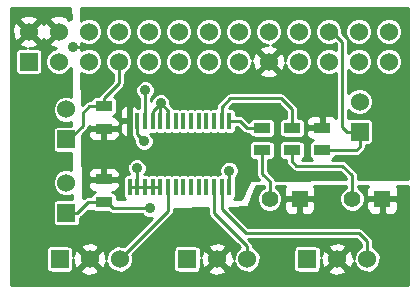
<source format=gtl>
G04 (created by PCBNEW (2013-07-07 BZR 4022)-stable) date 11/2/2014 9:04:40 PM*
%MOIN*%
G04 Gerber Fmt 3.4, Leading zero omitted, Abs format*
%FSLAX34Y34*%
G01*
G70*
G90*
G04 APERTURE LIST*
%ADD10C,0.00590551*%
%ADD11R,0.06X0.06*%
%ADD12C,0.06*%
%ADD13R,0.055X0.035*%
%ADD14R,0.0165X0.0579*%
%ADD15R,0.055X0.055*%
%ADD16C,0.055*%
%ADD17C,0.035*%
%ADD18C,0.01*%
%ADD19C,0.025*%
G04 APERTURE END LIST*
G54D10*
G54D11*
X728Y-1917D03*
G54D12*
X728Y-917D03*
X1728Y-1917D03*
X1728Y-917D03*
X2728Y-1917D03*
X2728Y-917D03*
X3728Y-1917D03*
X3728Y-917D03*
X4728Y-1917D03*
X4728Y-917D03*
X5728Y-1917D03*
X5728Y-917D03*
X6728Y-1917D03*
X6728Y-917D03*
X7728Y-1917D03*
X7728Y-917D03*
X8728Y-1917D03*
X8728Y-917D03*
X9728Y-1917D03*
X9728Y-917D03*
X10728Y-1917D03*
X10728Y-917D03*
X11728Y-1917D03*
X11728Y-917D03*
X12728Y-1917D03*
X12728Y-917D03*
G54D11*
X10000Y-8500D03*
G54D12*
X11000Y-8500D03*
X12000Y-8500D03*
G54D13*
X10500Y-4125D03*
X10500Y-4875D03*
X3228Y-4154D03*
X3228Y-3404D03*
X3228Y-5845D03*
X3228Y-6595D03*
X9500Y-4125D03*
X9500Y-4875D03*
X8500Y-4125D03*
X8500Y-4875D03*
G54D11*
X6000Y-8500D03*
G54D12*
X7000Y-8500D03*
X8000Y-8500D03*
G54D11*
X1968Y-4515D03*
G54D12*
X1968Y-3515D03*
G54D11*
X1968Y-6956D03*
G54D12*
X1968Y-5956D03*
G54D11*
X1750Y-8500D03*
G54D12*
X2750Y-8500D03*
X3750Y-8500D03*
G54D11*
X11750Y-4250D03*
G54D12*
X11750Y-3250D03*
G54D14*
X5622Y-6102D03*
X5878Y-6102D03*
X6134Y-6102D03*
X6390Y-6102D03*
X4858Y-3900D03*
X4854Y-6102D03*
X5110Y-6102D03*
X5366Y-6102D03*
X6646Y-3898D03*
X6390Y-3898D03*
X6134Y-3898D03*
X5878Y-3898D03*
X5622Y-3898D03*
X5366Y-3898D03*
X6646Y-6102D03*
X5110Y-3900D03*
X4598Y-6102D03*
X6902Y-6102D03*
X6902Y-3898D03*
X4598Y-3898D03*
X4343Y-6102D03*
X7157Y-6102D03*
X7157Y-3898D03*
X4343Y-3898D03*
X4087Y-6102D03*
X7413Y-6102D03*
X7413Y-3898D03*
X4087Y-3898D03*
G54D15*
X12507Y-6496D03*
G54D16*
X11507Y-6496D03*
G54D15*
X9751Y-6496D03*
G54D16*
X8751Y-6496D03*
G54D17*
X5700Y-4540D03*
X2204Y-1417D03*
X4763Y-6811D03*
X4606Y-2874D03*
X4566Y-4566D03*
X4330Y-5472D03*
X7401Y-5551D03*
X5118Y-3307D03*
G54D18*
X2204Y-1417D02*
X2519Y-1417D01*
X3228Y-6595D02*
X3327Y-6595D01*
X3543Y-6811D02*
X4763Y-6811D01*
X3327Y-6595D02*
X3543Y-6811D01*
X1968Y-6956D02*
X2334Y-6956D01*
X2695Y-6595D02*
X3228Y-6595D01*
X2334Y-6956D02*
X2695Y-6595D01*
X10728Y-917D02*
X10838Y-917D01*
X11336Y-4250D02*
X11750Y-4250D01*
X11181Y-4094D02*
X11336Y-4250D01*
X11181Y-1259D02*
X11181Y-4094D01*
X10838Y-917D02*
X11181Y-1259D01*
X10500Y-4875D02*
X11646Y-4875D01*
X11750Y-4771D02*
X11750Y-4250D01*
X11646Y-4875D02*
X11750Y-4771D01*
X1968Y-4515D02*
X2059Y-4515D01*
X2737Y-3404D02*
X3228Y-3404D01*
X2519Y-3622D02*
X2737Y-3404D01*
X2519Y-4055D02*
X2519Y-3622D01*
X2059Y-4515D02*
X2519Y-4055D01*
X3228Y-3404D02*
X3228Y-3149D01*
X3728Y-2649D02*
X3728Y-1917D01*
X3228Y-3149D02*
X3728Y-2649D01*
X4598Y-3898D02*
X4598Y-2882D01*
X4598Y-2882D02*
X4606Y-2874D01*
X2750Y-1938D02*
X2728Y-1917D01*
X4343Y-3898D02*
X4343Y-4343D01*
X4343Y-4343D02*
X4566Y-4566D01*
X4343Y-6102D02*
X4343Y-5484D01*
X4343Y-5484D02*
X4330Y-5472D01*
G54D19*
X4343Y-5484D02*
X4330Y-5472D01*
G54D18*
X4087Y-6102D02*
X4343Y-6102D01*
X4343Y-6102D02*
X4598Y-6102D01*
X4598Y-6102D02*
X4854Y-6102D01*
X4854Y-6102D02*
X5110Y-6102D01*
X7413Y-6102D02*
X7413Y-5562D01*
X7413Y-5562D02*
X7401Y-5551D01*
X5366Y-3898D02*
X5366Y-3554D01*
X5366Y-3554D02*
X5118Y-3307D01*
X5110Y-3900D02*
X5110Y-3315D01*
X4858Y-3567D02*
X5118Y-3307D01*
X4858Y-3567D02*
X4858Y-3900D01*
X5110Y-3315D02*
X5118Y-3307D01*
X6902Y-6102D02*
X6902Y-6980D01*
X8000Y-8078D02*
X8000Y-8500D01*
X6902Y-6980D02*
X8000Y-8078D01*
X5366Y-6102D02*
X5366Y-6884D01*
X5366Y-6884D02*
X3750Y-8500D01*
X7157Y-3898D02*
X7157Y-3433D01*
X7157Y-3433D02*
X7440Y-3149D01*
X9500Y-3515D02*
X9500Y-4125D01*
X9133Y-3149D02*
X9500Y-3515D01*
X7440Y-3149D02*
X9133Y-3149D01*
X7413Y-3898D02*
X7756Y-3898D01*
X7756Y-3898D02*
X7983Y-4125D01*
X7983Y-4125D02*
X8500Y-4125D01*
X11500Y-6500D02*
X11500Y-5712D01*
X9500Y-5248D02*
X9500Y-4875D01*
X9645Y-5393D02*
X9500Y-5248D01*
X11181Y-5393D02*
X9645Y-5393D01*
X11500Y-5712D02*
X11181Y-5393D01*
X8750Y-6500D02*
X8750Y-5915D01*
X8750Y-5915D02*
X8500Y-5665D01*
X8500Y-5665D02*
X8500Y-4875D01*
X7157Y-6102D02*
X7157Y-6842D01*
X12000Y-7905D02*
X12000Y-8500D01*
X11732Y-7637D02*
X12000Y-7905D01*
X7952Y-7637D02*
X11732Y-7637D01*
X7157Y-6842D02*
X7952Y-7637D01*
G54D10*
G36*
X13350Y-5820D02*
X13178Y-5822D01*
X13178Y-1828D01*
X13178Y-828D01*
X13110Y-662D01*
X12983Y-536D01*
X12818Y-467D01*
X12639Y-467D01*
X12473Y-535D01*
X12347Y-662D01*
X12278Y-827D01*
X12278Y-1006D01*
X12346Y-1171D01*
X12473Y-1298D01*
X12638Y-1367D01*
X12817Y-1367D01*
X12982Y-1299D01*
X13109Y-1172D01*
X13178Y-1007D01*
X13178Y-828D01*
X13178Y-1828D01*
X13110Y-1662D01*
X12983Y-1536D01*
X12818Y-1467D01*
X12639Y-1467D01*
X12473Y-1535D01*
X12347Y-1662D01*
X12278Y-1827D01*
X12278Y-2006D01*
X12346Y-2171D01*
X12473Y-2298D01*
X12638Y-2367D01*
X12817Y-2367D01*
X12982Y-2299D01*
X13109Y-2172D01*
X13178Y-2007D01*
X13178Y-1828D01*
X13178Y-5822D01*
X11700Y-5831D01*
X11700Y-5712D01*
X11699Y-5712D01*
X11684Y-5636D01*
X11684Y-5636D01*
X11670Y-5614D01*
X11641Y-5571D01*
X11641Y-5571D01*
X11322Y-5252D01*
X11257Y-5208D01*
X11181Y-5193D01*
X10820Y-5193D01*
X10859Y-5177D01*
X10902Y-5135D01*
X10924Y-5079D01*
X10924Y-5075D01*
X11646Y-5075D01*
X11723Y-5059D01*
X11788Y-5016D01*
X11891Y-4913D01*
X11934Y-4848D01*
X11950Y-4771D01*
X11950Y-4700D01*
X12079Y-4700D01*
X12134Y-4677D01*
X12177Y-4635D01*
X12199Y-4579D01*
X12200Y-4520D01*
X12200Y-3920D01*
X12177Y-3865D01*
X12135Y-3822D01*
X12079Y-3800D01*
X12020Y-3799D01*
X11420Y-3799D01*
X11381Y-3816D01*
X11381Y-3517D01*
X11494Y-3631D01*
X11660Y-3699D01*
X11839Y-3700D01*
X12004Y-3631D01*
X12131Y-3505D01*
X12199Y-3339D01*
X12200Y-3160D01*
X12131Y-2995D01*
X12005Y-2868D01*
X11839Y-2800D01*
X11660Y-2799D01*
X11495Y-2868D01*
X11381Y-2982D01*
X11381Y-2206D01*
X11473Y-2298D01*
X11638Y-2367D01*
X11817Y-2367D01*
X11982Y-2299D01*
X12109Y-2172D01*
X12178Y-2007D01*
X12178Y-1828D01*
X12110Y-1662D01*
X11983Y-1536D01*
X11818Y-1467D01*
X11639Y-1467D01*
X11473Y-1535D01*
X11381Y-1628D01*
X11381Y-1259D01*
X11381Y-1259D01*
X11367Y-1193D01*
X11473Y-1298D01*
X11638Y-1367D01*
X11817Y-1367D01*
X11982Y-1299D01*
X12109Y-1172D01*
X12178Y-1007D01*
X12178Y-828D01*
X12110Y-662D01*
X11983Y-536D01*
X11818Y-467D01*
X11639Y-467D01*
X11473Y-535D01*
X11347Y-662D01*
X11278Y-827D01*
X11278Y-1006D01*
X11327Y-1126D01*
X11322Y-1118D01*
X11322Y-1118D01*
X11178Y-974D01*
X11178Y-828D01*
X11110Y-662D01*
X10983Y-536D01*
X10818Y-467D01*
X10639Y-467D01*
X10473Y-535D01*
X10347Y-662D01*
X10278Y-827D01*
X10278Y-1006D01*
X10346Y-1171D01*
X10473Y-1298D01*
X10638Y-1367D01*
X10817Y-1367D01*
X10950Y-1312D01*
X10981Y-1342D01*
X10981Y-1535D01*
X10818Y-1467D01*
X10639Y-1467D01*
X10473Y-1535D01*
X10347Y-1662D01*
X10278Y-1827D01*
X10278Y-2006D01*
X10346Y-2171D01*
X10473Y-2298D01*
X10638Y-2367D01*
X10817Y-2367D01*
X10981Y-2299D01*
X10981Y-3802D01*
X10916Y-3738D01*
X10824Y-3700D01*
X10725Y-3699D01*
X10612Y-3700D01*
X10550Y-3762D01*
X10550Y-4075D01*
X10557Y-4075D01*
X10557Y-4175D01*
X10550Y-4175D01*
X10550Y-4182D01*
X10450Y-4182D01*
X10450Y-4175D01*
X10450Y-4075D01*
X10450Y-3762D01*
X10387Y-3700D01*
X10274Y-3699D01*
X10178Y-3700D01*
X10178Y-1828D01*
X10178Y-828D01*
X10110Y-662D01*
X9983Y-536D01*
X9818Y-467D01*
X9639Y-467D01*
X9473Y-535D01*
X9347Y-662D01*
X9278Y-827D01*
X9278Y-1006D01*
X9346Y-1171D01*
X9473Y-1298D01*
X9638Y-1367D01*
X9817Y-1367D01*
X9982Y-1299D01*
X10109Y-1172D01*
X10178Y-1007D01*
X10178Y-828D01*
X10178Y-1828D01*
X10110Y-1662D01*
X9983Y-1536D01*
X9818Y-1467D01*
X9639Y-1467D01*
X9473Y-1535D01*
X9347Y-1662D01*
X9278Y-1827D01*
X9278Y-1903D01*
X9272Y-1780D01*
X9209Y-1629D01*
X9178Y-1620D01*
X9178Y-828D01*
X9110Y-662D01*
X8983Y-536D01*
X8818Y-467D01*
X8639Y-467D01*
X8473Y-535D01*
X8347Y-662D01*
X8278Y-827D01*
X8278Y-1006D01*
X8346Y-1171D01*
X8473Y-1298D01*
X8638Y-1367D01*
X8714Y-1367D01*
X8591Y-1373D01*
X8440Y-1436D01*
X8413Y-1531D01*
X8728Y-1846D01*
X9043Y-1531D01*
X9016Y-1436D01*
X8820Y-1366D01*
X8982Y-1299D01*
X9109Y-1172D01*
X9178Y-1007D01*
X9178Y-828D01*
X9178Y-1620D01*
X9114Y-1602D01*
X8799Y-1917D01*
X9114Y-2232D01*
X9209Y-2205D01*
X9279Y-2009D01*
X9346Y-2171D01*
X9473Y-2298D01*
X9638Y-2367D01*
X9817Y-2367D01*
X9982Y-2299D01*
X10109Y-2172D01*
X10178Y-2007D01*
X10178Y-1828D01*
X10178Y-3700D01*
X10175Y-3700D01*
X10083Y-3738D01*
X10012Y-3808D01*
X9974Y-3900D01*
X9975Y-4012D01*
X10037Y-4075D01*
X10450Y-4075D01*
X10450Y-4175D01*
X10037Y-4175D01*
X9975Y-4237D01*
X9974Y-4349D01*
X10012Y-4441D01*
X10083Y-4511D01*
X10175Y-4549D01*
X10195Y-4549D01*
X10195Y-4549D01*
X10140Y-4572D01*
X10097Y-4614D01*
X10075Y-4670D01*
X10074Y-4729D01*
X10074Y-5079D01*
X10097Y-5134D01*
X10139Y-5177D01*
X10179Y-5193D01*
X9820Y-5193D01*
X9859Y-5177D01*
X9902Y-5135D01*
X9924Y-5079D01*
X9925Y-5020D01*
X9925Y-4670D01*
X9925Y-4270D01*
X9925Y-3920D01*
X9902Y-3865D01*
X9860Y-3822D01*
X9804Y-3800D01*
X9745Y-3799D01*
X9700Y-3799D01*
X9700Y-3515D01*
X9684Y-3439D01*
X9684Y-3439D01*
X9670Y-3417D01*
X9641Y-3374D01*
X9641Y-3374D01*
X9275Y-3008D01*
X9210Y-2964D01*
X9133Y-2949D01*
X9043Y-2949D01*
X9043Y-2303D01*
X8728Y-1988D01*
X8657Y-2058D01*
X8657Y-1917D01*
X8342Y-1602D01*
X8247Y-1629D01*
X8178Y-1821D01*
X8178Y-828D01*
X8110Y-662D01*
X7983Y-536D01*
X7818Y-467D01*
X7639Y-467D01*
X7473Y-535D01*
X7347Y-662D01*
X7278Y-827D01*
X7278Y-1006D01*
X7346Y-1171D01*
X7473Y-1298D01*
X7638Y-1367D01*
X7817Y-1367D01*
X7982Y-1299D01*
X8109Y-1172D01*
X8178Y-1007D01*
X8178Y-828D01*
X8178Y-1821D01*
X8177Y-1825D01*
X8110Y-1662D01*
X7983Y-1536D01*
X7818Y-1467D01*
X7639Y-1467D01*
X7473Y-1535D01*
X7347Y-1662D01*
X7278Y-1827D01*
X7278Y-2006D01*
X7346Y-2171D01*
X7473Y-2298D01*
X7638Y-2367D01*
X7817Y-2367D01*
X7982Y-2299D01*
X8109Y-2172D01*
X8178Y-2007D01*
X8178Y-1930D01*
X8184Y-2054D01*
X8247Y-2205D01*
X8342Y-2232D01*
X8657Y-1917D01*
X8657Y-2058D01*
X8413Y-2303D01*
X8440Y-2398D01*
X8646Y-2472D01*
X8865Y-2461D01*
X9016Y-2398D01*
X9043Y-2303D01*
X9043Y-2949D01*
X7440Y-2949D01*
X7364Y-2964D01*
X7299Y-3008D01*
X7178Y-3129D01*
X7178Y-1828D01*
X7178Y-828D01*
X7110Y-662D01*
X6983Y-536D01*
X6818Y-467D01*
X6639Y-467D01*
X6473Y-535D01*
X6347Y-662D01*
X6278Y-827D01*
X6278Y-1006D01*
X6346Y-1171D01*
X6473Y-1298D01*
X6638Y-1367D01*
X6817Y-1367D01*
X6982Y-1299D01*
X7109Y-1172D01*
X7178Y-1007D01*
X7178Y-828D01*
X7178Y-1828D01*
X7110Y-1662D01*
X6983Y-1536D01*
X6818Y-1467D01*
X6639Y-1467D01*
X6473Y-1535D01*
X6347Y-1662D01*
X6278Y-1827D01*
X6278Y-2006D01*
X6346Y-2171D01*
X6473Y-2298D01*
X6638Y-2367D01*
X6817Y-2367D01*
X6982Y-2299D01*
X7109Y-2172D01*
X7178Y-2007D01*
X7178Y-1828D01*
X7178Y-3129D01*
X7015Y-3292D01*
X6972Y-3357D01*
X6957Y-3433D01*
X6957Y-3478D01*
X6793Y-3478D01*
X6774Y-3486D01*
X6754Y-3478D01*
X6702Y-3478D01*
X6537Y-3478D01*
X6518Y-3486D01*
X6498Y-3478D01*
X6446Y-3478D01*
X6281Y-3478D01*
X6262Y-3486D01*
X6242Y-3478D01*
X6190Y-3478D01*
X6178Y-3478D01*
X6178Y-1828D01*
X6178Y-828D01*
X6110Y-662D01*
X5983Y-536D01*
X5818Y-467D01*
X5639Y-467D01*
X5473Y-535D01*
X5347Y-662D01*
X5278Y-827D01*
X5278Y-1006D01*
X5346Y-1171D01*
X5473Y-1298D01*
X5638Y-1367D01*
X5817Y-1367D01*
X5982Y-1299D01*
X6109Y-1172D01*
X6178Y-1007D01*
X6178Y-828D01*
X6178Y-1828D01*
X6110Y-1662D01*
X5983Y-1536D01*
X5818Y-1467D01*
X5639Y-1467D01*
X5473Y-1535D01*
X5347Y-1662D01*
X5278Y-1827D01*
X5278Y-2006D01*
X5346Y-2171D01*
X5473Y-2298D01*
X5638Y-2367D01*
X5817Y-2367D01*
X5982Y-2299D01*
X6109Y-2172D01*
X6178Y-2007D01*
X6178Y-1828D01*
X6178Y-3478D01*
X6025Y-3478D01*
X6006Y-3486D01*
X5986Y-3478D01*
X5934Y-3478D01*
X5769Y-3478D01*
X5750Y-3486D01*
X5730Y-3478D01*
X5678Y-3478D01*
X5550Y-3478D01*
X5550Y-3478D01*
X5550Y-3478D01*
X5507Y-3413D01*
X5507Y-3413D01*
X5443Y-3349D01*
X5443Y-3242D01*
X5393Y-3123D01*
X5302Y-3031D01*
X5183Y-2982D01*
X5178Y-2982D01*
X5178Y-1828D01*
X5178Y-828D01*
X5110Y-662D01*
X4983Y-536D01*
X4818Y-467D01*
X4639Y-467D01*
X4473Y-535D01*
X4347Y-662D01*
X4278Y-827D01*
X4278Y-1006D01*
X4346Y-1171D01*
X4473Y-1298D01*
X4638Y-1367D01*
X4817Y-1367D01*
X4982Y-1299D01*
X5109Y-1172D01*
X5178Y-1007D01*
X5178Y-828D01*
X5178Y-1828D01*
X5110Y-1662D01*
X4983Y-1536D01*
X4818Y-1467D01*
X4639Y-1467D01*
X4473Y-1535D01*
X4347Y-1662D01*
X4278Y-1827D01*
X4278Y-2006D01*
X4346Y-2171D01*
X4473Y-2298D01*
X4638Y-2367D01*
X4817Y-2367D01*
X4982Y-2299D01*
X5109Y-2172D01*
X5178Y-2007D01*
X5178Y-1828D01*
X5178Y-2982D01*
X5053Y-2982D01*
X4934Y-3031D01*
X4842Y-3122D01*
X4798Y-3230D01*
X4798Y-3141D01*
X4881Y-3058D01*
X4931Y-2938D01*
X4931Y-2809D01*
X4881Y-2690D01*
X4790Y-2598D01*
X4671Y-2549D01*
X4541Y-2548D01*
X4422Y-2598D01*
X4330Y-2689D01*
X4281Y-2809D01*
X4281Y-2938D01*
X4330Y-3057D01*
X4398Y-3125D01*
X4398Y-3478D01*
X4386Y-3478D01*
X4381Y-3466D01*
X4310Y-3396D01*
X4219Y-3358D01*
X4190Y-3358D01*
X4128Y-3421D01*
X4128Y-3848D01*
X4130Y-3848D01*
X4130Y-3948D01*
X4128Y-3948D01*
X4128Y-4375D01*
X4154Y-4401D01*
X4158Y-4419D01*
X4201Y-4484D01*
X4241Y-4524D01*
X4241Y-4631D01*
X4291Y-4750D01*
X4382Y-4842D01*
X4501Y-4891D01*
X4631Y-4891D01*
X4750Y-4842D01*
X4842Y-4751D01*
X4891Y-4631D01*
X4891Y-4502D01*
X4842Y-4383D01*
X4779Y-4319D01*
X4801Y-4319D01*
X4966Y-4319D01*
X4983Y-4312D01*
X5001Y-4319D01*
X5053Y-4319D01*
X5218Y-4319D01*
X5240Y-4310D01*
X5257Y-4317D01*
X5309Y-4317D01*
X5474Y-4317D01*
X5493Y-4309D01*
X5513Y-4317D01*
X5565Y-4317D01*
X5730Y-4317D01*
X5749Y-4309D01*
X5769Y-4317D01*
X5821Y-4317D01*
X5986Y-4317D01*
X6005Y-4309D01*
X6025Y-4317D01*
X6077Y-4317D01*
X6242Y-4317D01*
X6261Y-4309D01*
X6281Y-4317D01*
X6333Y-4317D01*
X6498Y-4317D01*
X6517Y-4309D01*
X6537Y-4317D01*
X6589Y-4317D01*
X6754Y-4317D01*
X6773Y-4309D01*
X6793Y-4317D01*
X6845Y-4317D01*
X7010Y-4317D01*
X7029Y-4309D01*
X7048Y-4317D01*
X7100Y-4317D01*
X7265Y-4317D01*
X7284Y-4309D01*
X7304Y-4317D01*
X7356Y-4317D01*
X7521Y-4317D01*
X7569Y-4297D01*
X7605Y-4261D01*
X7625Y-4213D01*
X7625Y-4161D01*
X7625Y-4098D01*
X7673Y-4098D01*
X7841Y-4266D01*
X7906Y-4309D01*
X7906Y-4309D01*
X7919Y-4312D01*
X7983Y-4325D01*
X8074Y-4325D01*
X8074Y-4329D01*
X8097Y-4384D01*
X8139Y-4427D01*
X8195Y-4449D01*
X8254Y-4450D01*
X8804Y-4450D01*
X8859Y-4427D01*
X8902Y-4385D01*
X8924Y-4329D01*
X8925Y-4270D01*
X8925Y-3920D01*
X8902Y-3865D01*
X8860Y-3822D01*
X8804Y-3800D01*
X8745Y-3799D01*
X8195Y-3799D01*
X8140Y-3822D01*
X8097Y-3864D01*
X8075Y-3920D01*
X8075Y-3925D01*
X8066Y-3925D01*
X7897Y-3756D01*
X7832Y-3713D01*
X7756Y-3698D01*
X7625Y-3698D01*
X7625Y-3582D01*
X7605Y-3534D01*
X7569Y-3498D01*
X7521Y-3478D01*
X7469Y-3478D01*
X7394Y-3478D01*
X7523Y-3349D01*
X9051Y-3349D01*
X9300Y-3598D01*
X9300Y-3799D01*
X9195Y-3799D01*
X9140Y-3822D01*
X9097Y-3864D01*
X9075Y-3920D01*
X9074Y-3979D01*
X9074Y-4329D01*
X9097Y-4384D01*
X9139Y-4427D01*
X9195Y-4449D01*
X9254Y-4450D01*
X9804Y-4450D01*
X9859Y-4427D01*
X9902Y-4385D01*
X9924Y-4329D01*
X9925Y-4270D01*
X9925Y-4670D01*
X9902Y-4615D01*
X9860Y-4572D01*
X9804Y-4550D01*
X9745Y-4549D01*
X9195Y-4549D01*
X9140Y-4572D01*
X9097Y-4614D01*
X9075Y-4670D01*
X9074Y-4729D01*
X9074Y-5079D01*
X9097Y-5134D01*
X9139Y-5177D01*
X9195Y-5199D01*
X9254Y-5200D01*
X9300Y-5200D01*
X9300Y-5248D01*
X9315Y-5324D01*
X9358Y-5389D01*
X9504Y-5535D01*
X9569Y-5578D01*
X9645Y-5593D01*
X11098Y-5593D01*
X11300Y-5795D01*
X11300Y-5834D01*
X8937Y-5850D01*
X8934Y-5838D01*
X8934Y-5838D01*
X8920Y-5817D01*
X8891Y-5773D01*
X8891Y-5773D01*
X8700Y-5582D01*
X8700Y-5200D01*
X8804Y-5200D01*
X8859Y-5177D01*
X8902Y-5135D01*
X8924Y-5079D01*
X8925Y-5020D01*
X8925Y-4670D01*
X8902Y-4615D01*
X8860Y-4572D01*
X8804Y-4550D01*
X8745Y-4549D01*
X8195Y-4549D01*
X8140Y-4572D01*
X8097Y-4614D01*
X8075Y-4670D01*
X8074Y-4729D01*
X8074Y-5079D01*
X8097Y-5134D01*
X8139Y-5177D01*
X8195Y-5199D01*
X8254Y-5200D01*
X8300Y-5200D01*
X8300Y-5665D01*
X8315Y-5741D01*
X8358Y-5806D01*
X8405Y-5853D01*
X8112Y-5855D01*
X7807Y-6495D01*
X7575Y-6494D01*
X7605Y-6465D01*
X7625Y-6417D01*
X7625Y-6365D01*
X7625Y-5786D01*
X7676Y-5735D01*
X7726Y-5616D01*
X7726Y-5486D01*
X7677Y-5367D01*
X7585Y-5275D01*
X7466Y-5226D01*
X7337Y-5226D01*
X7217Y-5275D01*
X7126Y-5366D01*
X7076Y-5486D01*
X7076Y-5615D01*
X7104Y-5682D01*
X7048Y-5682D01*
X7029Y-5690D01*
X7010Y-5682D01*
X6958Y-5682D01*
X6793Y-5682D01*
X6774Y-5690D01*
X6754Y-5682D01*
X6702Y-5682D01*
X6537Y-5682D01*
X6518Y-5690D01*
X6498Y-5682D01*
X6446Y-5682D01*
X6281Y-5682D01*
X6262Y-5690D01*
X6242Y-5682D01*
X6190Y-5682D01*
X6025Y-5682D01*
X6006Y-5690D01*
X5986Y-5682D01*
X5934Y-5682D01*
X5769Y-5682D01*
X5750Y-5690D01*
X5730Y-5682D01*
X5678Y-5682D01*
X5513Y-5682D01*
X5494Y-5690D01*
X5474Y-5682D01*
X5422Y-5682D01*
X5257Y-5682D01*
X5238Y-5690D01*
X5218Y-5682D01*
X5166Y-5682D01*
X5001Y-5682D01*
X4982Y-5690D01*
X4962Y-5682D01*
X4910Y-5682D01*
X4745Y-5682D01*
X4726Y-5690D01*
X4706Y-5682D01*
X4654Y-5682D01*
X4580Y-5682D01*
X4606Y-5656D01*
X4655Y-5537D01*
X4655Y-5408D01*
X4606Y-5288D01*
X4515Y-5197D01*
X4395Y-5147D01*
X4266Y-5147D01*
X4146Y-5196D01*
X4055Y-5288D01*
X4045Y-5311D01*
X4045Y-4375D01*
X4045Y-3948D01*
X4045Y-3848D01*
X4045Y-3421D01*
X3983Y-3358D01*
X3954Y-3358D01*
X3863Y-3396D01*
X3792Y-3466D01*
X3754Y-3558D01*
X3754Y-3658D01*
X3754Y-3785D01*
X3817Y-3848D01*
X4045Y-3848D01*
X4045Y-3948D01*
X3817Y-3948D01*
X3754Y-4010D01*
X3754Y-4137D01*
X3754Y-4237D01*
X3792Y-4329D01*
X3863Y-4399D01*
X3954Y-4437D01*
X3983Y-4437D01*
X4045Y-4375D01*
X4045Y-5311D01*
X4005Y-5407D01*
X4005Y-5536D01*
X4055Y-5656D01*
X4081Y-5682D01*
X3978Y-5682D01*
X3930Y-5702D01*
X3894Y-5738D01*
X3874Y-5786D01*
X3874Y-5838D01*
X3874Y-6417D01*
X3894Y-6465D01*
X3917Y-6488D01*
X3653Y-6487D01*
X3653Y-6390D01*
X3630Y-6335D01*
X3588Y-6293D01*
X3533Y-6270D01*
X3503Y-6270D01*
X3553Y-6270D01*
X3645Y-6232D01*
X3715Y-6161D01*
X3753Y-6069D01*
X3753Y-5620D01*
X3753Y-4379D01*
X3753Y-4267D01*
X3690Y-4204D01*
X3278Y-4204D01*
X3278Y-4517D01*
X3340Y-4579D01*
X3453Y-4579D01*
X3553Y-4579D01*
X3645Y-4541D01*
X3715Y-4470D01*
X3753Y-4379D01*
X3753Y-5620D01*
X3715Y-5529D01*
X3645Y-5458D01*
X3553Y-5420D01*
X3453Y-5420D01*
X3340Y-5420D01*
X3278Y-5482D01*
X3278Y-5795D01*
X3690Y-5795D01*
X3753Y-5732D01*
X3753Y-5620D01*
X3753Y-6069D01*
X3753Y-5957D01*
X3690Y-5895D01*
X3278Y-5895D01*
X3278Y-5903D01*
X3178Y-5903D01*
X3178Y-5895D01*
X3178Y-5795D01*
X3178Y-5482D01*
X3178Y-4517D01*
X3178Y-4204D01*
X2765Y-4204D01*
X2703Y-4267D01*
X2703Y-4379D01*
X2741Y-4470D01*
X2811Y-4541D01*
X2903Y-4579D01*
X3002Y-4579D01*
X3115Y-4579D01*
X3178Y-4517D01*
X3178Y-5482D01*
X3115Y-5420D01*
X3002Y-5420D01*
X2903Y-5420D01*
X2811Y-5458D01*
X2741Y-5529D01*
X2703Y-5620D01*
X2703Y-5732D01*
X2765Y-5795D01*
X3178Y-5795D01*
X3178Y-5895D01*
X2765Y-5895D01*
X2703Y-5957D01*
X2703Y-6069D01*
X2741Y-6161D01*
X2811Y-6232D01*
X2903Y-6270D01*
X2923Y-6270D01*
X2923Y-6270D01*
X2868Y-6293D01*
X2826Y-6335D01*
X2803Y-6390D01*
X2803Y-6395D01*
X2695Y-6395D01*
X2619Y-6410D01*
X2597Y-6425D01*
X2554Y-6454D01*
X2529Y-6478D01*
X2504Y-4353D01*
X2661Y-4196D01*
X2661Y-4196D01*
X2690Y-4153D01*
X2704Y-4131D01*
X2704Y-4131D01*
X2719Y-4057D01*
X2765Y-4104D01*
X3178Y-4104D01*
X3178Y-4096D01*
X3278Y-4096D01*
X3278Y-4104D01*
X3690Y-4104D01*
X3753Y-4042D01*
X3753Y-3930D01*
X3715Y-3838D01*
X3645Y-3767D01*
X3553Y-3729D01*
X3533Y-3729D01*
X3588Y-3706D01*
X3630Y-3664D01*
X3653Y-3609D01*
X3653Y-3549D01*
X3653Y-3199D01*
X3630Y-3144D01*
X3588Y-3102D01*
X3567Y-3093D01*
X3869Y-2791D01*
X3913Y-2726D01*
X3913Y-2726D01*
X3915Y-2713D01*
X3928Y-2649D01*
X3928Y-2649D01*
X3928Y-2321D01*
X3982Y-2299D01*
X4109Y-2172D01*
X4178Y-2007D01*
X4178Y-1828D01*
X4178Y-828D01*
X4110Y-662D01*
X3983Y-536D01*
X3818Y-467D01*
X3639Y-467D01*
X3473Y-535D01*
X3347Y-662D01*
X3278Y-827D01*
X3278Y-1006D01*
X3346Y-1171D01*
X3473Y-1298D01*
X3638Y-1367D01*
X3817Y-1367D01*
X3982Y-1299D01*
X4109Y-1172D01*
X4178Y-1007D01*
X4178Y-828D01*
X4178Y-1828D01*
X4110Y-1662D01*
X3983Y-1536D01*
X3818Y-1467D01*
X3639Y-1467D01*
X3473Y-1535D01*
X3347Y-1662D01*
X3278Y-1827D01*
X3278Y-2006D01*
X3346Y-2171D01*
X3473Y-2298D01*
X3528Y-2321D01*
X3528Y-2566D01*
X3086Y-3008D01*
X3043Y-3073D01*
X3042Y-3079D01*
X2923Y-3079D01*
X2868Y-3102D01*
X2826Y-3144D01*
X2803Y-3199D01*
X2803Y-3204D01*
X2737Y-3204D01*
X2660Y-3219D01*
X2639Y-3234D01*
X2595Y-3263D01*
X2492Y-3366D01*
X2479Y-2301D01*
X2638Y-2367D01*
X2817Y-2367D01*
X2982Y-2299D01*
X3109Y-2172D01*
X3178Y-2007D01*
X3178Y-1828D01*
X3110Y-1662D01*
X2983Y-1536D01*
X2818Y-1467D01*
X2639Y-1467D01*
X2473Y-1535D01*
X2470Y-1539D01*
X2467Y-1292D01*
X2473Y-1298D01*
X2638Y-1367D01*
X2817Y-1367D01*
X2982Y-1299D01*
X3109Y-1172D01*
X3178Y-1007D01*
X3178Y-828D01*
X3110Y-662D01*
X2983Y-536D01*
X2818Y-467D01*
X2639Y-467D01*
X2473Y-535D01*
X2458Y-551D01*
X2453Y-149D01*
X13350Y-149D01*
X13350Y-5820D01*
X13350Y-5820D01*
G37*
G54D18*
X13350Y-5820D02*
X13178Y-5822D01*
X13178Y-1828D01*
X13178Y-828D01*
X13110Y-662D01*
X12983Y-536D01*
X12818Y-467D01*
X12639Y-467D01*
X12473Y-535D01*
X12347Y-662D01*
X12278Y-827D01*
X12278Y-1006D01*
X12346Y-1171D01*
X12473Y-1298D01*
X12638Y-1367D01*
X12817Y-1367D01*
X12982Y-1299D01*
X13109Y-1172D01*
X13178Y-1007D01*
X13178Y-828D01*
X13178Y-1828D01*
X13110Y-1662D01*
X12983Y-1536D01*
X12818Y-1467D01*
X12639Y-1467D01*
X12473Y-1535D01*
X12347Y-1662D01*
X12278Y-1827D01*
X12278Y-2006D01*
X12346Y-2171D01*
X12473Y-2298D01*
X12638Y-2367D01*
X12817Y-2367D01*
X12982Y-2299D01*
X13109Y-2172D01*
X13178Y-2007D01*
X13178Y-1828D01*
X13178Y-5822D01*
X11700Y-5831D01*
X11700Y-5712D01*
X11699Y-5712D01*
X11684Y-5636D01*
X11684Y-5636D01*
X11670Y-5614D01*
X11641Y-5571D01*
X11641Y-5571D01*
X11322Y-5252D01*
X11257Y-5208D01*
X11181Y-5193D01*
X10820Y-5193D01*
X10859Y-5177D01*
X10902Y-5135D01*
X10924Y-5079D01*
X10924Y-5075D01*
X11646Y-5075D01*
X11723Y-5059D01*
X11788Y-5016D01*
X11891Y-4913D01*
X11934Y-4848D01*
X11950Y-4771D01*
X11950Y-4700D01*
X12079Y-4700D01*
X12134Y-4677D01*
X12177Y-4635D01*
X12199Y-4579D01*
X12200Y-4520D01*
X12200Y-3920D01*
X12177Y-3865D01*
X12135Y-3822D01*
X12079Y-3800D01*
X12020Y-3799D01*
X11420Y-3799D01*
X11381Y-3816D01*
X11381Y-3517D01*
X11494Y-3631D01*
X11660Y-3699D01*
X11839Y-3700D01*
X12004Y-3631D01*
X12131Y-3505D01*
X12199Y-3339D01*
X12200Y-3160D01*
X12131Y-2995D01*
X12005Y-2868D01*
X11839Y-2800D01*
X11660Y-2799D01*
X11495Y-2868D01*
X11381Y-2982D01*
X11381Y-2206D01*
X11473Y-2298D01*
X11638Y-2367D01*
X11817Y-2367D01*
X11982Y-2299D01*
X12109Y-2172D01*
X12178Y-2007D01*
X12178Y-1828D01*
X12110Y-1662D01*
X11983Y-1536D01*
X11818Y-1467D01*
X11639Y-1467D01*
X11473Y-1535D01*
X11381Y-1628D01*
X11381Y-1259D01*
X11381Y-1259D01*
X11367Y-1193D01*
X11473Y-1298D01*
X11638Y-1367D01*
X11817Y-1367D01*
X11982Y-1299D01*
X12109Y-1172D01*
X12178Y-1007D01*
X12178Y-828D01*
X12110Y-662D01*
X11983Y-536D01*
X11818Y-467D01*
X11639Y-467D01*
X11473Y-535D01*
X11347Y-662D01*
X11278Y-827D01*
X11278Y-1006D01*
X11327Y-1126D01*
X11322Y-1118D01*
X11322Y-1118D01*
X11178Y-974D01*
X11178Y-828D01*
X11110Y-662D01*
X10983Y-536D01*
X10818Y-467D01*
X10639Y-467D01*
X10473Y-535D01*
X10347Y-662D01*
X10278Y-827D01*
X10278Y-1006D01*
X10346Y-1171D01*
X10473Y-1298D01*
X10638Y-1367D01*
X10817Y-1367D01*
X10950Y-1312D01*
X10981Y-1342D01*
X10981Y-1535D01*
X10818Y-1467D01*
X10639Y-1467D01*
X10473Y-1535D01*
X10347Y-1662D01*
X10278Y-1827D01*
X10278Y-2006D01*
X10346Y-2171D01*
X10473Y-2298D01*
X10638Y-2367D01*
X10817Y-2367D01*
X10981Y-2299D01*
X10981Y-3802D01*
X10916Y-3738D01*
X10824Y-3700D01*
X10725Y-3699D01*
X10612Y-3700D01*
X10550Y-3762D01*
X10550Y-4075D01*
X10557Y-4075D01*
X10557Y-4175D01*
X10550Y-4175D01*
X10550Y-4182D01*
X10450Y-4182D01*
X10450Y-4175D01*
X10450Y-4075D01*
X10450Y-3762D01*
X10387Y-3700D01*
X10274Y-3699D01*
X10178Y-3700D01*
X10178Y-1828D01*
X10178Y-828D01*
X10110Y-662D01*
X9983Y-536D01*
X9818Y-467D01*
X9639Y-467D01*
X9473Y-535D01*
X9347Y-662D01*
X9278Y-827D01*
X9278Y-1006D01*
X9346Y-1171D01*
X9473Y-1298D01*
X9638Y-1367D01*
X9817Y-1367D01*
X9982Y-1299D01*
X10109Y-1172D01*
X10178Y-1007D01*
X10178Y-828D01*
X10178Y-1828D01*
X10110Y-1662D01*
X9983Y-1536D01*
X9818Y-1467D01*
X9639Y-1467D01*
X9473Y-1535D01*
X9347Y-1662D01*
X9278Y-1827D01*
X9278Y-1903D01*
X9272Y-1780D01*
X9209Y-1629D01*
X9178Y-1620D01*
X9178Y-828D01*
X9110Y-662D01*
X8983Y-536D01*
X8818Y-467D01*
X8639Y-467D01*
X8473Y-535D01*
X8347Y-662D01*
X8278Y-827D01*
X8278Y-1006D01*
X8346Y-1171D01*
X8473Y-1298D01*
X8638Y-1367D01*
X8714Y-1367D01*
X8591Y-1373D01*
X8440Y-1436D01*
X8413Y-1531D01*
X8728Y-1846D01*
X9043Y-1531D01*
X9016Y-1436D01*
X8820Y-1366D01*
X8982Y-1299D01*
X9109Y-1172D01*
X9178Y-1007D01*
X9178Y-828D01*
X9178Y-1620D01*
X9114Y-1602D01*
X8799Y-1917D01*
X9114Y-2232D01*
X9209Y-2205D01*
X9279Y-2009D01*
X9346Y-2171D01*
X9473Y-2298D01*
X9638Y-2367D01*
X9817Y-2367D01*
X9982Y-2299D01*
X10109Y-2172D01*
X10178Y-2007D01*
X10178Y-1828D01*
X10178Y-3700D01*
X10175Y-3700D01*
X10083Y-3738D01*
X10012Y-3808D01*
X9974Y-3900D01*
X9975Y-4012D01*
X10037Y-4075D01*
X10450Y-4075D01*
X10450Y-4175D01*
X10037Y-4175D01*
X9975Y-4237D01*
X9974Y-4349D01*
X10012Y-4441D01*
X10083Y-4511D01*
X10175Y-4549D01*
X10195Y-4549D01*
X10195Y-4549D01*
X10140Y-4572D01*
X10097Y-4614D01*
X10075Y-4670D01*
X10074Y-4729D01*
X10074Y-5079D01*
X10097Y-5134D01*
X10139Y-5177D01*
X10179Y-5193D01*
X9820Y-5193D01*
X9859Y-5177D01*
X9902Y-5135D01*
X9924Y-5079D01*
X9925Y-5020D01*
X9925Y-4670D01*
X9925Y-4270D01*
X9925Y-3920D01*
X9902Y-3865D01*
X9860Y-3822D01*
X9804Y-3800D01*
X9745Y-3799D01*
X9700Y-3799D01*
X9700Y-3515D01*
X9684Y-3439D01*
X9684Y-3439D01*
X9670Y-3417D01*
X9641Y-3374D01*
X9641Y-3374D01*
X9275Y-3008D01*
X9210Y-2964D01*
X9133Y-2949D01*
X9043Y-2949D01*
X9043Y-2303D01*
X8728Y-1988D01*
X8657Y-2058D01*
X8657Y-1917D01*
X8342Y-1602D01*
X8247Y-1629D01*
X8178Y-1821D01*
X8178Y-828D01*
X8110Y-662D01*
X7983Y-536D01*
X7818Y-467D01*
X7639Y-467D01*
X7473Y-535D01*
X7347Y-662D01*
X7278Y-827D01*
X7278Y-1006D01*
X7346Y-1171D01*
X7473Y-1298D01*
X7638Y-1367D01*
X7817Y-1367D01*
X7982Y-1299D01*
X8109Y-1172D01*
X8178Y-1007D01*
X8178Y-828D01*
X8178Y-1821D01*
X8177Y-1825D01*
X8110Y-1662D01*
X7983Y-1536D01*
X7818Y-1467D01*
X7639Y-1467D01*
X7473Y-1535D01*
X7347Y-1662D01*
X7278Y-1827D01*
X7278Y-2006D01*
X7346Y-2171D01*
X7473Y-2298D01*
X7638Y-2367D01*
X7817Y-2367D01*
X7982Y-2299D01*
X8109Y-2172D01*
X8178Y-2007D01*
X8178Y-1930D01*
X8184Y-2054D01*
X8247Y-2205D01*
X8342Y-2232D01*
X8657Y-1917D01*
X8657Y-2058D01*
X8413Y-2303D01*
X8440Y-2398D01*
X8646Y-2472D01*
X8865Y-2461D01*
X9016Y-2398D01*
X9043Y-2303D01*
X9043Y-2949D01*
X7440Y-2949D01*
X7364Y-2964D01*
X7299Y-3008D01*
X7178Y-3129D01*
X7178Y-1828D01*
X7178Y-828D01*
X7110Y-662D01*
X6983Y-536D01*
X6818Y-467D01*
X6639Y-467D01*
X6473Y-535D01*
X6347Y-662D01*
X6278Y-827D01*
X6278Y-1006D01*
X6346Y-1171D01*
X6473Y-1298D01*
X6638Y-1367D01*
X6817Y-1367D01*
X6982Y-1299D01*
X7109Y-1172D01*
X7178Y-1007D01*
X7178Y-828D01*
X7178Y-1828D01*
X7110Y-1662D01*
X6983Y-1536D01*
X6818Y-1467D01*
X6639Y-1467D01*
X6473Y-1535D01*
X6347Y-1662D01*
X6278Y-1827D01*
X6278Y-2006D01*
X6346Y-2171D01*
X6473Y-2298D01*
X6638Y-2367D01*
X6817Y-2367D01*
X6982Y-2299D01*
X7109Y-2172D01*
X7178Y-2007D01*
X7178Y-1828D01*
X7178Y-3129D01*
X7015Y-3292D01*
X6972Y-3357D01*
X6957Y-3433D01*
X6957Y-3478D01*
X6793Y-3478D01*
X6774Y-3486D01*
X6754Y-3478D01*
X6702Y-3478D01*
X6537Y-3478D01*
X6518Y-3486D01*
X6498Y-3478D01*
X6446Y-3478D01*
X6281Y-3478D01*
X6262Y-3486D01*
X6242Y-3478D01*
X6190Y-3478D01*
X6178Y-3478D01*
X6178Y-1828D01*
X6178Y-828D01*
X6110Y-662D01*
X5983Y-536D01*
X5818Y-467D01*
X5639Y-467D01*
X5473Y-535D01*
X5347Y-662D01*
X5278Y-827D01*
X5278Y-1006D01*
X5346Y-1171D01*
X5473Y-1298D01*
X5638Y-1367D01*
X5817Y-1367D01*
X5982Y-1299D01*
X6109Y-1172D01*
X6178Y-1007D01*
X6178Y-828D01*
X6178Y-1828D01*
X6110Y-1662D01*
X5983Y-1536D01*
X5818Y-1467D01*
X5639Y-1467D01*
X5473Y-1535D01*
X5347Y-1662D01*
X5278Y-1827D01*
X5278Y-2006D01*
X5346Y-2171D01*
X5473Y-2298D01*
X5638Y-2367D01*
X5817Y-2367D01*
X5982Y-2299D01*
X6109Y-2172D01*
X6178Y-2007D01*
X6178Y-1828D01*
X6178Y-3478D01*
X6025Y-3478D01*
X6006Y-3486D01*
X5986Y-3478D01*
X5934Y-3478D01*
X5769Y-3478D01*
X5750Y-3486D01*
X5730Y-3478D01*
X5678Y-3478D01*
X5550Y-3478D01*
X5550Y-3478D01*
X5550Y-3478D01*
X5507Y-3413D01*
X5507Y-3413D01*
X5443Y-3349D01*
X5443Y-3242D01*
X5393Y-3123D01*
X5302Y-3031D01*
X5183Y-2982D01*
X5178Y-2982D01*
X5178Y-1828D01*
X5178Y-828D01*
X5110Y-662D01*
X4983Y-536D01*
X4818Y-467D01*
X4639Y-467D01*
X4473Y-535D01*
X4347Y-662D01*
X4278Y-827D01*
X4278Y-1006D01*
X4346Y-1171D01*
X4473Y-1298D01*
X4638Y-1367D01*
X4817Y-1367D01*
X4982Y-1299D01*
X5109Y-1172D01*
X5178Y-1007D01*
X5178Y-828D01*
X5178Y-1828D01*
X5110Y-1662D01*
X4983Y-1536D01*
X4818Y-1467D01*
X4639Y-1467D01*
X4473Y-1535D01*
X4347Y-1662D01*
X4278Y-1827D01*
X4278Y-2006D01*
X4346Y-2171D01*
X4473Y-2298D01*
X4638Y-2367D01*
X4817Y-2367D01*
X4982Y-2299D01*
X5109Y-2172D01*
X5178Y-2007D01*
X5178Y-1828D01*
X5178Y-2982D01*
X5053Y-2982D01*
X4934Y-3031D01*
X4842Y-3122D01*
X4798Y-3230D01*
X4798Y-3141D01*
X4881Y-3058D01*
X4931Y-2938D01*
X4931Y-2809D01*
X4881Y-2690D01*
X4790Y-2598D01*
X4671Y-2549D01*
X4541Y-2548D01*
X4422Y-2598D01*
X4330Y-2689D01*
X4281Y-2809D01*
X4281Y-2938D01*
X4330Y-3057D01*
X4398Y-3125D01*
X4398Y-3478D01*
X4386Y-3478D01*
X4381Y-3466D01*
X4310Y-3396D01*
X4219Y-3358D01*
X4190Y-3358D01*
X4128Y-3421D01*
X4128Y-3848D01*
X4130Y-3848D01*
X4130Y-3948D01*
X4128Y-3948D01*
X4128Y-4375D01*
X4154Y-4401D01*
X4158Y-4419D01*
X4201Y-4484D01*
X4241Y-4524D01*
X4241Y-4631D01*
X4291Y-4750D01*
X4382Y-4842D01*
X4501Y-4891D01*
X4631Y-4891D01*
X4750Y-4842D01*
X4842Y-4751D01*
X4891Y-4631D01*
X4891Y-4502D01*
X4842Y-4383D01*
X4779Y-4319D01*
X4801Y-4319D01*
X4966Y-4319D01*
X4983Y-4312D01*
X5001Y-4319D01*
X5053Y-4319D01*
X5218Y-4319D01*
X5240Y-4310D01*
X5257Y-4317D01*
X5309Y-4317D01*
X5474Y-4317D01*
X5493Y-4309D01*
X5513Y-4317D01*
X5565Y-4317D01*
X5730Y-4317D01*
X5749Y-4309D01*
X5769Y-4317D01*
X5821Y-4317D01*
X5986Y-4317D01*
X6005Y-4309D01*
X6025Y-4317D01*
X6077Y-4317D01*
X6242Y-4317D01*
X6261Y-4309D01*
X6281Y-4317D01*
X6333Y-4317D01*
X6498Y-4317D01*
X6517Y-4309D01*
X6537Y-4317D01*
X6589Y-4317D01*
X6754Y-4317D01*
X6773Y-4309D01*
X6793Y-4317D01*
X6845Y-4317D01*
X7010Y-4317D01*
X7029Y-4309D01*
X7048Y-4317D01*
X7100Y-4317D01*
X7265Y-4317D01*
X7284Y-4309D01*
X7304Y-4317D01*
X7356Y-4317D01*
X7521Y-4317D01*
X7569Y-4297D01*
X7605Y-4261D01*
X7625Y-4213D01*
X7625Y-4161D01*
X7625Y-4098D01*
X7673Y-4098D01*
X7841Y-4266D01*
X7906Y-4309D01*
X7906Y-4309D01*
X7919Y-4312D01*
X7983Y-4325D01*
X8074Y-4325D01*
X8074Y-4329D01*
X8097Y-4384D01*
X8139Y-4427D01*
X8195Y-4449D01*
X8254Y-4450D01*
X8804Y-4450D01*
X8859Y-4427D01*
X8902Y-4385D01*
X8924Y-4329D01*
X8925Y-4270D01*
X8925Y-3920D01*
X8902Y-3865D01*
X8860Y-3822D01*
X8804Y-3800D01*
X8745Y-3799D01*
X8195Y-3799D01*
X8140Y-3822D01*
X8097Y-3864D01*
X8075Y-3920D01*
X8075Y-3925D01*
X8066Y-3925D01*
X7897Y-3756D01*
X7832Y-3713D01*
X7756Y-3698D01*
X7625Y-3698D01*
X7625Y-3582D01*
X7605Y-3534D01*
X7569Y-3498D01*
X7521Y-3478D01*
X7469Y-3478D01*
X7394Y-3478D01*
X7523Y-3349D01*
X9051Y-3349D01*
X9300Y-3598D01*
X9300Y-3799D01*
X9195Y-3799D01*
X9140Y-3822D01*
X9097Y-3864D01*
X9075Y-3920D01*
X9074Y-3979D01*
X9074Y-4329D01*
X9097Y-4384D01*
X9139Y-4427D01*
X9195Y-4449D01*
X9254Y-4450D01*
X9804Y-4450D01*
X9859Y-4427D01*
X9902Y-4385D01*
X9924Y-4329D01*
X9925Y-4270D01*
X9925Y-4670D01*
X9902Y-4615D01*
X9860Y-4572D01*
X9804Y-4550D01*
X9745Y-4549D01*
X9195Y-4549D01*
X9140Y-4572D01*
X9097Y-4614D01*
X9075Y-4670D01*
X9074Y-4729D01*
X9074Y-5079D01*
X9097Y-5134D01*
X9139Y-5177D01*
X9195Y-5199D01*
X9254Y-5200D01*
X9300Y-5200D01*
X9300Y-5248D01*
X9315Y-5324D01*
X9358Y-5389D01*
X9504Y-5535D01*
X9569Y-5578D01*
X9645Y-5593D01*
X11098Y-5593D01*
X11300Y-5795D01*
X11300Y-5834D01*
X8937Y-5850D01*
X8934Y-5838D01*
X8934Y-5838D01*
X8920Y-5817D01*
X8891Y-5773D01*
X8891Y-5773D01*
X8700Y-5582D01*
X8700Y-5200D01*
X8804Y-5200D01*
X8859Y-5177D01*
X8902Y-5135D01*
X8924Y-5079D01*
X8925Y-5020D01*
X8925Y-4670D01*
X8902Y-4615D01*
X8860Y-4572D01*
X8804Y-4550D01*
X8745Y-4549D01*
X8195Y-4549D01*
X8140Y-4572D01*
X8097Y-4614D01*
X8075Y-4670D01*
X8074Y-4729D01*
X8074Y-5079D01*
X8097Y-5134D01*
X8139Y-5177D01*
X8195Y-5199D01*
X8254Y-5200D01*
X8300Y-5200D01*
X8300Y-5665D01*
X8315Y-5741D01*
X8358Y-5806D01*
X8405Y-5853D01*
X8112Y-5855D01*
X7807Y-6495D01*
X7575Y-6494D01*
X7605Y-6465D01*
X7625Y-6417D01*
X7625Y-6365D01*
X7625Y-5786D01*
X7676Y-5735D01*
X7726Y-5616D01*
X7726Y-5486D01*
X7677Y-5367D01*
X7585Y-5275D01*
X7466Y-5226D01*
X7337Y-5226D01*
X7217Y-5275D01*
X7126Y-5366D01*
X7076Y-5486D01*
X7076Y-5615D01*
X7104Y-5682D01*
X7048Y-5682D01*
X7029Y-5690D01*
X7010Y-5682D01*
X6958Y-5682D01*
X6793Y-5682D01*
X6774Y-5690D01*
X6754Y-5682D01*
X6702Y-5682D01*
X6537Y-5682D01*
X6518Y-5690D01*
X6498Y-5682D01*
X6446Y-5682D01*
X6281Y-5682D01*
X6262Y-5690D01*
X6242Y-5682D01*
X6190Y-5682D01*
X6025Y-5682D01*
X6006Y-5690D01*
X5986Y-5682D01*
X5934Y-5682D01*
X5769Y-5682D01*
X5750Y-5690D01*
X5730Y-5682D01*
X5678Y-5682D01*
X5513Y-5682D01*
X5494Y-5690D01*
X5474Y-5682D01*
X5422Y-5682D01*
X5257Y-5682D01*
X5238Y-5690D01*
X5218Y-5682D01*
X5166Y-5682D01*
X5001Y-5682D01*
X4982Y-5690D01*
X4962Y-5682D01*
X4910Y-5682D01*
X4745Y-5682D01*
X4726Y-5690D01*
X4706Y-5682D01*
X4654Y-5682D01*
X4580Y-5682D01*
X4606Y-5656D01*
X4655Y-5537D01*
X4655Y-5408D01*
X4606Y-5288D01*
X4515Y-5197D01*
X4395Y-5147D01*
X4266Y-5147D01*
X4146Y-5196D01*
X4055Y-5288D01*
X4045Y-5311D01*
X4045Y-4375D01*
X4045Y-3948D01*
X4045Y-3848D01*
X4045Y-3421D01*
X3983Y-3358D01*
X3954Y-3358D01*
X3863Y-3396D01*
X3792Y-3466D01*
X3754Y-3558D01*
X3754Y-3658D01*
X3754Y-3785D01*
X3817Y-3848D01*
X4045Y-3848D01*
X4045Y-3948D01*
X3817Y-3948D01*
X3754Y-4010D01*
X3754Y-4137D01*
X3754Y-4237D01*
X3792Y-4329D01*
X3863Y-4399D01*
X3954Y-4437D01*
X3983Y-4437D01*
X4045Y-4375D01*
X4045Y-5311D01*
X4005Y-5407D01*
X4005Y-5536D01*
X4055Y-5656D01*
X4081Y-5682D01*
X3978Y-5682D01*
X3930Y-5702D01*
X3894Y-5738D01*
X3874Y-5786D01*
X3874Y-5838D01*
X3874Y-6417D01*
X3894Y-6465D01*
X3917Y-6488D01*
X3653Y-6487D01*
X3653Y-6390D01*
X3630Y-6335D01*
X3588Y-6293D01*
X3533Y-6270D01*
X3503Y-6270D01*
X3553Y-6270D01*
X3645Y-6232D01*
X3715Y-6161D01*
X3753Y-6069D01*
X3753Y-5620D01*
X3753Y-4379D01*
X3753Y-4267D01*
X3690Y-4204D01*
X3278Y-4204D01*
X3278Y-4517D01*
X3340Y-4579D01*
X3453Y-4579D01*
X3553Y-4579D01*
X3645Y-4541D01*
X3715Y-4470D01*
X3753Y-4379D01*
X3753Y-5620D01*
X3715Y-5529D01*
X3645Y-5458D01*
X3553Y-5420D01*
X3453Y-5420D01*
X3340Y-5420D01*
X3278Y-5482D01*
X3278Y-5795D01*
X3690Y-5795D01*
X3753Y-5732D01*
X3753Y-5620D01*
X3753Y-6069D01*
X3753Y-5957D01*
X3690Y-5895D01*
X3278Y-5895D01*
X3278Y-5903D01*
X3178Y-5903D01*
X3178Y-5895D01*
X3178Y-5795D01*
X3178Y-5482D01*
X3178Y-4517D01*
X3178Y-4204D01*
X2765Y-4204D01*
X2703Y-4267D01*
X2703Y-4379D01*
X2741Y-4470D01*
X2811Y-4541D01*
X2903Y-4579D01*
X3002Y-4579D01*
X3115Y-4579D01*
X3178Y-4517D01*
X3178Y-5482D01*
X3115Y-5420D01*
X3002Y-5420D01*
X2903Y-5420D01*
X2811Y-5458D01*
X2741Y-5529D01*
X2703Y-5620D01*
X2703Y-5732D01*
X2765Y-5795D01*
X3178Y-5795D01*
X3178Y-5895D01*
X2765Y-5895D01*
X2703Y-5957D01*
X2703Y-6069D01*
X2741Y-6161D01*
X2811Y-6232D01*
X2903Y-6270D01*
X2923Y-6270D01*
X2923Y-6270D01*
X2868Y-6293D01*
X2826Y-6335D01*
X2803Y-6390D01*
X2803Y-6395D01*
X2695Y-6395D01*
X2619Y-6410D01*
X2597Y-6425D01*
X2554Y-6454D01*
X2529Y-6478D01*
X2504Y-4353D01*
X2661Y-4196D01*
X2661Y-4196D01*
X2690Y-4153D01*
X2704Y-4131D01*
X2704Y-4131D01*
X2719Y-4057D01*
X2765Y-4104D01*
X3178Y-4104D01*
X3178Y-4096D01*
X3278Y-4096D01*
X3278Y-4104D01*
X3690Y-4104D01*
X3753Y-4042D01*
X3753Y-3930D01*
X3715Y-3838D01*
X3645Y-3767D01*
X3553Y-3729D01*
X3533Y-3729D01*
X3588Y-3706D01*
X3630Y-3664D01*
X3653Y-3609D01*
X3653Y-3549D01*
X3653Y-3199D01*
X3630Y-3144D01*
X3588Y-3102D01*
X3567Y-3093D01*
X3869Y-2791D01*
X3913Y-2726D01*
X3913Y-2726D01*
X3915Y-2713D01*
X3928Y-2649D01*
X3928Y-2649D01*
X3928Y-2321D01*
X3982Y-2299D01*
X4109Y-2172D01*
X4178Y-2007D01*
X4178Y-1828D01*
X4178Y-828D01*
X4110Y-662D01*
X3983Y-536D01*
X3818Y-467D01*
X3639Y-467D01*
X3473Y-535D01*
X3347Y-662D01*
X3278Y-827D01*
X3278Y-1006D01*
X3346Y-1171D01*
X3473Y-1298D01*
X3638Y-1367D01*
X3817Y-1367D01*
X3982Y-1299D01*
X4109Y-1172D01*
X4178Y-1007D01*
X4178Y-828D01*
X4178Y-1828D01*
X4110Y-1662D01*
X3983Y-1536D01*
X3818Y-1467D01*
X3639Y-1467D01*
X3473Y-1535D01*
X3347Y-1662D01*
X3278Y-1827D01*
X3278Y-2006D01*
X3346Y-2171D01*
X3473Y-2298D01*
X3528Y-2321D01*
X3528Y-2566D01*
X3086Y-3008D01*
X3043Y-3073D01*
X3042Y-3079D01*
X2923Y-3079D01*
X2868Y-3102D01*
X2826Y-3144D01*
X2803Y-3199D01*
X2803Y-3204D01*
X2737Y-3204D01*
X2660Y-3219D01*
X2639Y-3234D01*
X2595Y-3263D01*
X2492Y-3366D01*
X2479Y-2301D01*
X2638Y-2367D01*
X2817Y-2367D01*
X2982Y-2299D01*
X3109Y-2172D01*
X3178Y-2007D01*
X3178Y-1828D01*
X3110Y-1662D01*
X2983Y-1536D01*
X2818Y-1467D01*
X2639Y-1467D01*
X2473Y-1535D01*
X2470Y-1539D01*
X2467Y-1292D01*
X2473Y-1298D01*
X2638Y-1367D01*
X2817Y-1367D01*
X2982Y-1299D01*
X3109Y-1172D01*
X3178Y-1007D01*
X3178Y-828D01*
X3110Y-662D01*
X2983Y-536D01*
X2818Y-467D01*
X2639Y-467D01*
X2473Y-535D01*
X2458Y-551D01*
X2453Y-149D01*
X13350Y-149D01*
X13350Y-5820D01*
G54D10*
G36*
X13350Y-9350D02*
X13032Y-9350D01*
X13032Y-6721D01*
X13032Y-6608D01*
X12970Y-6546D01*
X12557Y-6546D01*
X12557Y-6958D01*
X12620Y-7021D01*
X12832Y-7021D01*
X12924Y-6983D01*
X12994Y-6912D01*
X13032Y-6821D01*
X13032Y-6721D01*
X13032Y-9350D01*
X12457Y-9350D01*
X12457Y-6958D01*
X12457Y-6546D01*
X12045Y-6546D01*
X11982Y-6608D01*
X11982Y-6721D01*
X11982Y-6821D01*
X12021Y-6912D01*
X12091Y-6983D01*
X12183Y-7021D01*
X12395Y-7021D01*
X12457Y-6958D01*
X12457Y-9350D01*
X11315Y-9350D01*
X11315Y-8885D01*
X11000Y-8570D01*
X10929Y-8641D01*
X10929Y-8500D01*
X10614Y-8184D01*
X10518Y-8212D01*
X10450Y-8404D01*
X10450Y-8170D01*
X10427Y-8115D01*
X10385Y-8072D01*
X10329Y-8050D01*
X10270Y-8049D01*
X9670Y-8049D01*
X9615Y-8072D01*
X9572Y-8114D01*
X9550Y-8170D01*
X9549Y-8229D01*
X9549Y-8829D01*
X9572Y-8884D01*
X9614Y-8927D01*
X9670Y-8949D01*
X9729Y-8950D01*
X10329Y-8950D01*
X10384Y-8927D01*
X10427Y-8885D01*
X10449Y-8829D01*
X10450Y-8770D01*
X10450Y-8514D01*
X10456Y-8636D01*
X10518Y-8787D01*
X10614Y-8815D01*
X10929Y-8500D01*
X10929Y-8641D01*
X10684Y-8885D01*
X10712Y-8981D01*
X10918Y-9054D01*
X11136Y-9043D01*
X11287Y-8981D01*
X11315Y-8885D01*
X11315Y-9350D01*
X7315Y-9350D01*
X7315Y-8885D01*
X7000Y-8570D01*
X6929Y-8641D01*
X6929Y-8500D01*
X6614Y-8184D01*
X6518Y-8212D01*
X6450Y-8404D01*
X6450Y-8170D01*
X6427Y-8115D01*
X6385Y-8072D01*
X6329Y-8050D01*
X6270Y-8049D01*
X5670Y-8049D01*
X5615Y-8072D01*
X5572Y-8114D01*
X5550Y-8170D01*
X5549Y-8229D01*
X5549Y-8829D01*
X5572Y-8884D01*
X5614Y-8927D01*
X5670Y-8949D01*
X5729Y-8950D01*
X6329Y-8950D01*
X6384Y-8927D01*
X6427Y-8885D01*
X6449Y-8829D01*
X6450Y-8770D01*
X6450Y-8514D01*
X6456Y-8636D01*
X6518Y-8787D01*
X6614Y-8815D01*
X6929Y-8500D01*
X6929Y-8641D01*
X6684Y-8885D01*
X6712Y-8981D01*
X6918Y-9054D01*
X7136Y-9043D01*
X7287Y-8981D01*
X7315Y-8885D01*
X7315Y-9350D01*
X3065Y-9350D01*
X3065Y-8885D01*
X2750Y-8570D01*
X2679Y-8641D01*
X2679Y-8500D01*
X2364Y-8184D01*
X2268Y-8212D01*
X2200Y-8404D01*
X2200Y-8170D01*
X2177Y-8115D01*
X2135Y-8072D01*
X2079Y-8050D01*
X2020Y-8049D01*
X1420Y-8049D01*
X1365Y-8072D01*
X1322Y-8114D01*
X1300Y-8170D01*
X1299Y-8229D01*
X1299Y-8829D01*
X1322Y-8884D01*
X1364Y-8927D01*
X1420Y-8949D01*
X1479Y-8950D01*
X2079Y-8950D01*
X2134Y-8927D01*
X2177Y-8885D01*
X2199Y-8829D01*
X2200Y-8770D01*
X2200Y-8514D01*
X2206Y-8636D01*
X2268Y-8787D01*
X2364Y-8815D01*
X2679Y-8500D01*
X2679Y-8641D01*
X2434Y-8885D01*
X2462Y-8981D01*
X2668Y-9054D01*
X2886Y-9043D01*
X3037Y-8981D01*
X3065Y-8885D01*
X3065Y-9350D01*
X1178Y-9350D01*
X1178Y-2187D01*
X1178Y-1587D01*
X1155Y-1532D01*
X1113Y-1490D01*
X1058Y-1467D01*
X998Y-1467D01*
X742Y-1467D01*
X865Y-1461D01*
X1016Y-1398D01*
X1043Y-1303D01*
X728Y-988D01*
X657Y-1058D01*
X657Y-917D01*
X342Y-602D01*
X247Y-629D01*
X173Y-835D01*
X184Y-1054D01*
X247Y-1205D01*
X342Y-1232D01*
X657Y-917D01*
X657Y-1058D01*
X413Y-1303D01*
X440Y-1398D01*
X633Y-1467D01*
X398Y-1467D01*
X343Y-1490D01*
X301Y-1532D01*
X278Y-1587D01*
X278Y-1647D01*
X278Y-2247D01*
X301Y-2302D01*
X343Y-2344D01*
X398Y-2367D01*
X458Y-2367D01*
X1058Y-2367D01*
X1113Y-2344D01*
X1155Y-2302D01*
X1178Y-2247D01*
X1178Y-2187D01*
X1178Y-9350D01*
X149Y-9350D01*
X149Y-149D01*
X2116Y-149D01*
X2118Y-515D01*
X2088Y-486D01*
X2043Y-531D01*
X2016Y-436D01*
X1810Y-362D01*
X1591Y-373D01*
X1440Y-436D01*
X1413Y-531D01*
X1728Y-846D01*
X1733Y-841D01*
X1804Y-911D01*
X1799Y-917D01*
X1804Y-922D01*
X1733Y-993D01*
X1728Y-988D01*
X1657Y-1058D01*
X1657Y-917D01*
X1342Y-602D01*
X1247Y-629D01*
X1229Y-678D01*
X1209Y-629D01*
X1114Y-602D01*
X1043Y-672D01*
X1043Y-531D01*
X1016Y-436D01*
X810Y-362D01*
X591Y-373D01*
X440Y-436D01*
X413Y-531D01*
X728Y-846D01*
X1043Y-531D01*
X1043Y-672D01*
X799Y-917D01*
X1114Y-1232D01*
X1209Y-1205D01*
X1226Y-1156D01*
X1247Y-1205D01*
X1342Y-1232D01*
X1657Y-917D01*
X1657Y-1058D01*
X1413Y-1303D01*
X1440Y-1398D01*
X1636Y-1468D01*
X1473Y-1535D01*
X1347Y-1662D01*
X1278Y-1827D01*
X1278Y-2006D01*
X1346Y-2171D01*
X1473Y-2298D01*
X1638Y-2367D01*
X1817Y-2367D01*
X1982Y-2299D01*
X2109Y-2172D01*
X2127Y-2129D01*
X2133Y-3096D01*
X2058Y-3065D01*
X1879Y-3065D01*
X1713Y-3134D01*
X1587Y-3260D01*
X1518Y-3425D01*
X1518Y-3604D01*
X1586Y-3770D01*
X1713Y-3897D01*
X1878Y-3965D01*
X2057Y-3965D01*
X2137Y-3932D01*
X2138Y-4065D01*
X1638Y-4065D01*
X1583Y-4088D01*
X1541Y-4130D01*
X1518Y-4185D01*
X1518Y-4245D01*
X1518Y-4845D01*
X1541Y-4900D01*
X1583Y-4942D01*
X1638Y-4965D01*
X1698Y-4965D01*
X2143Y-4965D01*
X2147Y-5543D01*
X2058Y-5506D01*
X1879Y-5506D01*
X1713Y-5574D01*
X1587Y-5701D01*
X1518Y-5866D01*
X1518Y-6045D01*
X1586Y-6211D01*
X1713Y-6337D01*
X1878Y-6406D01*
X2057Y-6406D01*
X2151Y-6367D01*
X2152Y-6506D01*
X1638Y-6506D01*
X1583Y-6529D01*
X1541Y-6571D01*
X1518Y-6626D01*
X1518Y-6686D01*
X1518Y-7286D01*
X1541Y-7341D01*
X1583Y-7383D01*
X1638Y-7406D01*
X1698Y-7406D01*
X2298Y-7406D01*
X2353Y-7383D01*
X2395Y-7341D01*
X2418Y-7286D01*
X2418Y-7226D01*
X2418Y-7136D01*
X2476Y-7098D01*
X2683Y-6890D01*
X2857Y-6887D01*
X2868Y-6897D01*
X2923Y-6920D01*
X2983Y-6920D01*
X3369Y-6920D01*
X3401Y-6952D01*
X3401Y-6952D01*
X3445Y-6981D01*
X3466Y-6995D01*
X3466Y-6995D01*
X3543Y-7011D01*
X3543Y-7011D01*
X4504Y-7011D01*
X4579Y-7086D01*
X4698Y-7135D01*
X4828Y-7136D01*
X4833Y-7134D01*
X3894Y-8072D01*
X3839Y-8050D01*
X3660Y-8049D01*
X3495Y-8118D01*
X3368Y-8244D01*
X3300Y-8410D01*
X3300Y-8486D01*
X3293Y-8363D01*
X3231Y-8212D01*
X3135Y-8184D01*
X3065Y-8255D01*
X3065Y-8114D01*
X3037Y-8018D01*
X2831Y-7945D01*
X2613Y-7956D01*
X2462Y-8018D01*
X2434Y-8114D01*
X2750Y-8429D01*
X3065Y-8114D01*
X3065Y-8255D01*
X2820Y-8500D01*
X3135Y-8815D01*
X3231Y-8787D01*
X3301Y-8592D01*
X3368Y-8754D01*
X3494Y-8881D01*
X3660Y-8949D01*
X3839Y-8950D01*
X4004Y-8881D01*
X4131Y-8755D01*
X4199Y-8589D01*
X4200Y-8410D01*
X4177Y-8355D01*
X5507Y-7025D01*
X5507Y-7025D01*
X5536Y-6982D01*
X5550Y-6960D01*
X5550Y-6960D01*
X5565Y-6884D01*
X5566Y-6884D01*
X5566Y-6831D01*
X6702Y-6808D01*
X6702Y-6980D01*
X6717Y-7057D01*
X6760Y-7122D01*
X7753Y-8114D01*
X7745Y-8118D01*
X7618Y-8244D01*
X7550Y-8410D01*
X7550Y-8486D01*
X7543Y-8363D01*
X7481Y-8212D01*
X7385Y-8184D01*
X7315Y-8255D01*
X7315Y-8114D01*
X7287Y-8018D01*
X7081Y-7945D01*
X6863Y-7956D01*
X6712Y-8018D01*
X6684Y-8114D01*
X7000Y-8429D01*
X7315Y-8114D01*
X7315Y-8255D01*
X7070Y-8500D01*
X7385Y-8815D01*
X7481Y-8787D01*
X7551Y-8592D01*
X7618Y-8754D01*
X7744Y-8881D01*
X7910Y-8949D01*
X8089Y-8950D01*
X8254Y-8881D01*
X8381Y-8755D01*
X8449Y-8589D01*
X8450Y-8410D01*
X8381Y-8245D01*
X8255Y-8118D01*
X8200Y-8095D01*
X8200Y-8078D01*
X8184Y-8002D01*
X8184Y-8002D01*
X8170Y-7980D01*
X8141Y-7937D01*
X8141Y-7937D01*
X8041Y-7837D01*
X11649Y-7837D01*
X11800Y-7988D01*
X11800Y-8095D01*
X11745Y-8118D01*
X11618Y-8244D01*
X11550Y-8410D01*
X11550Y-8486D01*
X11543Y-8363D01*
X11481Y-8212D01*
X11385Y-8184D01*
X11315Y-8255D01*
X11315Y-8114D01*
X11287Y-8018D01*
X11081Y-7945D01*
X10863Y-7956D01*
X10712Y-8018D01*
X10684Y-8114D01*
X11000Y-8429D01*
X11315Y-8114D01*
X11315Y-8255D01*
X11070Y-8500D01*
X11385Y-8815D01*
X11481Y-8787D01*
X11551Y-8592D01*
X11618Y-8754D01*
X11744Y-8881D01*
X11910Y-8949D01*
X12089Y-8950D01*
X12254Y-8881D01*
X12381Y-8755D01*
X12449Y-8589D01*
X12450Y-8410D01*
X12381Y-8245D01*
X12255Y-8118D01*
X12200Y-8095D01*
X12200Y-7905D01*
X12187Y-7841D01*
X12184Y-7828D01*
X12184Y-7828D01*
X12141Y-7764D01*
X11873Y-7496D01*
X11808Y-7453D01*
X11732Y-7437D01*
X10277Y-7437D01*
X10277Y-6721D01*
X10276Y-6608D01*
X10214Y-6546D01*
X9801Y-6546D01*
X9801Y-6958D01*
X9864Y-7021D01*
X10076Y-7021D01*
X10168Y-6983D01*
X10238Y-6912D01*
X10276Y-6821D01*
X10277Y-6721D01*
X10277Y-7437D01*
X9701Y-7437D01*
X9701Y-6958D01*
X9701Y-6546D01*
X9289Y-6546D01*
X9226Y-6608D01*
X9226Y-6721D01*
X9227Y-6821D01*
X9265Y-6912D01*
X9335Y-6983D01*
X9427Y-7021D01*
X9639Y-7021D01*
X9701Y-6958D01*
X9701Y-7437D01*
X8035Y-7437D01*
X7392Y-6794D01*
X8026Y-6781D01*
X8311Y-6082D01*
X8550Y-6082D01*
X8550Y-6119D01*
X8511Y-6135D01*
X8391Y-6255D01*
X8327Y-6411D01*
X8326Y-6580D01*
X8391Y-6736D01*
X8510Y-6856D01*
X8667Y-6920D01*
X8836Y-6921D01*
X8992Y-6856D01*
X9112Y-6737D01*
X9176Y-6580D01*
X9177Y-6411D01*
X9112Y-6255D01*
X8993Y-6135D01*
X8950Y-6118D01*
X8950Y-6081D01*
X9264Y-6081D01*
X9227Y-6171D01*
X9226Y-6270D01*
X9226Y-6383D01*
X9289Y-6446D01*
X9701Y-6446D01*
X9701Y-6438D01*
X9801Y-6438D01*
X9801Y-6446D01*
X10214Y-6446D01*
X10276Y-6383D01*
X10277Y-6270D01*
X10276Y-6171D01*
X10239Y-6081D01*
X11300Y-6080D01*
X11300Y-6122D01*
X11267Y-6135D01*
X11147Y-6255D01*
X11082Y-6411D01*
X11082Y-6580D01*
X11147Y-6736D01*
X11266Y-6856D01*
X11422Y-6920D01*
X11592Y-6921D01*
X11748Y-6856D01*
X11867Y-6737D01*
X11932Y-6580D01*
X11932Y-6411D01*
X11868Y-6255D01*
X11748Y-6135D01*
X11700Y-6115D01*
X11700Y-6080D01*
X12020Y-6080D01*
X11982Y-6171D01*
X11982Y-6270D01*
X11982Y-6383D01*
X12045Y-6446D01*
X12457Y-6446D01*
X12457Y-6438D01*
X12557Y-6438D01*
X12557Y-6446D01*
X12970Y-6446D01*
X13032Y-6383D01*
X13032Y-6270D01*
X13032Y-6171D01*
X12995Y-6080D01*
X13350Y-6080D01*
X13350Y-9350D01*
X13350Y-9350D01*
G37*
G54D18*
X13350Y-9350D02*
X13032Y-9350D01*
X13032Y-6721D01*
X13032Y-6608D01*
X12970Y-6546D01*
X12557Y-6546D01*
X12557Y-6958D01*
X12620Y-7021D01*
X12832Y-7021D01*
X12924Y-6983D01*
X12994Y-6912D01*
X13032Y-6821D01*
X13032Y-6721D01*
X13032Y-9350D01*
X12457Y-9350D01*
X12457Y-6958D01*
X12457Y-6546D01*
X12045Y-6546D01*
X11982Y-6608D01*
X11982Y-6721D01*
X11982Y-6821D01*
X12021Y-6912D01*
X12091Y-6983D01*
X12183Y-7021D01*
X12395Y-7021D01*
X12457Y-6958D01*
X12457Y-9350D01*
X11315Y-9350D01*
X11315Y-8885D01*
X11000Y-8570D01*
X10929Y-8641D01*
X10929Y-8500D01*
X10614Y-8184D01*
X10518Y-8212D01*
X10450Y-8404D01*
X10450Y-8170D01*
X10427Y-8115D01*
X10385Y-8072D01*
X10329Y-8050D01*
X10270Y-8049D01*
X9670Y-8049D01*
X9615Y-8072D01*
X9572Y-8114D01*
X9550Y-8170D01*
X9549Y-8229D01*
X9549Y-8829D01*
X9572Y-8884D01*
X9614Y-8927D01*
X9670Y-8949D01*
X9729Y-8950D01*
X10329Y-8950D01*
X10384Y-8927D01*
X10427Y-8885D01*
X10449Y-8829D01*
X10450Y-8770D01*
X10450Y-8514D01*
X10456Y-8636D01*
X10518Y-8787D01*
X10614Y-8815D01*
X10929Y-8500D01*
X10929Y-8641D01*
X10684Y-8885D01*
X10712Y-8981D01*
X10918Y-9054D01*
X11136Y-9043D01*
X11287Y-8981D01*
X11315Y-8885D01*
X11315Y-9350D01*
X7315Y-9350D01*
X7315Y-8885D01*
X7000Y-8570D01*
X6929Y-8641D01*
X6929Y-8500D01*
X6614Y-8184D01*
X6518Y-8212D01*
X6450Y-8404D01*
X6450Y-8170D01*
X6427Y-8115D01*
X6385Y-8072D01*
X6329Y-8050D01*
X6270Y-8049D01*
X5670Y-8049D01*
X5615Y-8072D01*
X5572Y-8114D01*
X5550Y-8170D01*
X5549Y-8229D01*
X5549Y-8829D01*
X5572Y-8884D01*
X5614Y-8927D01*
X5670Y-8949D01*
X5729Y-8950D01*
X6329Y-8950D01*
X6384Y-8927D01*
X6427Y-8885D01*
X6449Y-8829D01*
X6450Y-8770D01*
X6450Y-8514D01*
X6456Y-8636D01*
X6518Y-8787D01*
X6614Y-8815D01*
X6929Y-8500D01*
X6929Y-8641D01*
X6684Y-8885D01*
X6712Y-8981D01*
X6918Y-9054D01*
X7136Y-9043D01*
X7287Y-8981D01*
X7315Y-8885D01*
X7315Y-9350D01*
X3065Y-9350D01*
X3065Y-8885D01*
X2750Y-8570D01*
X2679Y-8641D01*
X2679Y-8500D01*
X2364Y-8184D01*
X2268Y-8212D01*
X2200Y-8404D01*
X2200Y-8170D01*
X2177Y-8115D01*
X2135Y-8072D01*
X2079Y-8050D01*
X2020Y-8049D01*
X1420Y-8049D01*
X1365Y-8072D01*
X1322Y-8114D01*
X1300Y-8170D01*
X1299Y-8229D01*
X1299Y-8829D01*
X1322Y-8884D01*
X1364Y-8927D01*
X1420Y-8949D01*
X1479Y-8950D01*
X2079Y-8950D01*
X2134Y-8927D01*
X2177Y-8885D01*
X2199Y-8829D01*
X2200Y-8770D01*
X2200Y-8514D01*
X2206Y-8636D01*
X2268Y-8787D01*
X2364Y-8815D01*
X2679Y-8500D01*
X2679Y-8641D01*
X2434Y-8885D01*
X2462Y-8981D01*
X2668Y-9054D01*
X2886Y-9043D01*
X3037Y-8981D01*
X3065Y-8885D01*
X3065Y-9350D01*
X1178Y-9350D01*
X1178Y-2187D01*
X1178Y-1587D01*
X1155Y-1532D01*
X1113Y-1490D01*
X1058Y-1467D01*
X998Y-1467D01*
X742Y-1467D01*
X865Y-1461D01*
X1016Y-1398D01*
X1043Y-1303D01*
X728Y-988D01*
X657Y-1058D01*
X657Y-917D01*
X342Y-602D01*
X247Y-629D01*
X173Y-835D01*
X184Y-1054D01*
X247Y-1205D01*
X342Y-1232D01*
X657Y-917D01*
X657Y-1058D01*
X413Y-1303D01*
X440Y-1398D01*
X633Y-1467D01*
X398Y-1467D01*
X343Y-1490D01*
X301Y-1532D01*
X278Y-1587D01*
X278Y-1647D01*
X278Y-2247D01*
X301Y-2302D01*
X343Y-2344D01*
X398Y-2367D01*
X458Y-2367D01*
X1058Y-2367D01*
X1113Y-2344D01*
X1155Y-2302D01*
X1178Y-2247D01*
X1178Y-2187D01*
X1178Y-9350D01*
X149Y-9350D01*
X149Y-149D01*
X2116Y-149D01*
X2118Y-515D01*
X2088Y-486D01*
X2043Y-531D01*
X2016Y-436D01*
X1810Y-362D01*
X1591Y-373D01*
X1440Y-436D01*
X1413Y-531D01*
X1728Y-846D01*
X1733Y-841D01*
X1804Y-911D01*
X1799Y-917D01*
X1804Y-922D01*
X1733Y-993D01*
X1728Y-988D01*
X1657Y-1058D01*
X1657Y-917D01*
X1342Y-602D01*
X1247Y-629D01*
X1229Y-678D01*
X1209Y-629D01*
X1114Y-602D01*
X1043Y-672D01*
X1043Y-531D01*
X1016Y-436D01*
X810Y-362D01*
X591Y-373D01*
X440Y-436D01*
X413Y-531D01*
X728Y-846D01*
X1043Y-531D01*
X1043Y-672D01*
X799Y-917D01*
X1114Y-1232D01*
X1209Y-1205D01*
X1226Y-1156D01*
X1247Y-1205D01*
X1342Y-1232D01*
X1657Y-917D01*
X1657Y-1058D01*
X1413Y-1303D01*
X1440Y-1398D01*
X1636Y-1468D01*
X1473Y-1535D01*
X1347Y-1662D01*
X1278Y-1827D01*
X1278Y-2006D01*
X1346Y-2171D01*
X1473Y-2298D01*
X1638Y-2367D01*
X1817Y-2367D01*
X1982Y-2299D01*
X2109Y-2172D01*
X2127Y-2129D01*
X2133Y-3096D01*
X2058Y-3065D01*
X1879Y-3065D01*
X1713Y-3134D01*
X1587Y-3260D01*
X1518Y-3425D01*
X1518Y-3604D01*
X1586Y-3770D01*
X1713Y-3897D01*
X1878Y-3965D01*
X2057Y-3965D01*
X2137Y-3932D01*
X2138Y-4065D01*
X1638Y-4065D01*
X1583Y-4088D01*
X1541Y-4130D01*
X1518Y-4185D01*
X1518Y-4245D01*
X1518Y-4845D01*
X1541Y-4900D01*
X1583Y-4942D01*
X1638Y-4965D01*
X1698Y-4965D01*
X2143Y-4965D01*
X2147Y-5543D01*
X2058Y-5506D01*
X1879Y-5506D01*
X1713Y-5574D01*
X1587Y-5701D01*
X1518Y-5866D01*
X1518Y-6045D01*
X1586Y-6211D01*
X1713Y-6337D01*
X1878Y-6406D01*
X2057Y-6406D01*
X2151Y-6367D01*
X2152Y-6506D01*
X1638Y-6506D01*
X1583Y-6529D01*
X1541Y-6571D01*
X1518Y-6626D01*
X1518Y-6686D01*
X1518Y-7286D01*
X1541Y-7341D01*
X1583Y-7383D01*
X1638Y-7406D01*
X1698Y-7406D01*
X2298Y-7406D01*
X2353Y-7383D01*
X2395Y-7341D01*
X2418Y-7286D01*
X2418Y-7226D01*
X2418Y-7136D01*
X2476Y-7098D01*
X2683Y-6890D01*
X2857Y-6887D01*
X2868Y-6897D01*
X2923Y-6920D01*
X2983Y-6920D01*
X3369Y-6920D01*
X3401Y-6952D01*
X3401Y-6952D01*
X3445Y-6981D01*
X3466Y-6995D01*
X3466Y-6995D01*
X3543Y-7011D01*
X3543Y-7011D01*
X4504Y-7011D01*
X4579Y-7086D01*
X4698Y-7135D01*
X4828Y-7136D01*
X4833Y-7134D01*
X3894Y-8072D01*
X3839Y-8050D01*
X3660Y-8049D01*
X3495Y-8118D01*
X3368Y-8244D01*
X3300Y-8410D01*
X3300Y-8486D01*
X3293Y-8363D01*
X3231Y-8212D01*
X3135Y-8184D01*
X3065Y-8255D01*
X3065Y-8114D01*
X3037Y-8018D01*
X2831Y-7945D01*
X2613Y-7956D01*
X2462Y-8018D01*
X2434Y-8114D01*
X2750Y-8429D01*
X3065Y-8114D01*
X3065Y-8255D01*
X2820Y-8500D01*
X3135Y-8815D01*
X3231Y-8787D01*
X3301Y-8592D01*
X3368Y-8754D01*
X3494Y-8881D01*
X3660Y-8949D01*
X3839Y-8950D01*
X4004Y-8881D01*
X4131Y-8755D01*
X4199Y-8589D01*
X4200Y-8410D01*
X4177Y-8355D01*
X5507Y-7025D01*
X5507Y-7025D01*
X5536Y-6982D01*
X5550Y-6960D01*
X5550Y-6960D01*
X5565Y-6884D01*
X5566Y-6884D01*
X5566Y-6831D01*
X6702Y-6808D01*
X6702Y-6980D01*
X6717Y-7057D01*
X6760Y-7122D01*
X7753Y-8114D01*
X7745Y-8118D01*
X7618Y-8244D01*
X7550Y-8410D01*
X7550Y-8486D01*
X7543Y-8363D01*
X7481Y-8212D01*
X7385Y-8184D01*
X7315Y-8255D01*
X7315Y-8114D01*
X7287Y-8018D01*
X7081Y-7945D01*
X6863Y-7956D01*
X6712Y-8018D01*
X6684Y-8114D01*
X7000Y-8429D01*
X7315Y-8114D01*
X7315Y-8255D01*
X7070Y-8500D01*
X7385Y-8815D01*
X7481Y-8787D01*
X7551Y-8592D01*
X7618Y-8754D01*
X7744Y-8881D01*
X7910Y-8949D01*
X8089Y-8950D01*
X8254Y-8881D01*
X8381Y-8755D01*
X8449Y-8589D01*
X8450Y-8410D01*
X8381Y-8245D01*
X8255Y-8118D01*
X8200Y-8095D01*
X8200Y-8078D01*
X8184Y-8002D01*
X8184Y-8002D01*
X8170Y-7980D01*
X8141Y-7937D01*
X8141Y-7937D01*
X8041Y-7837D01*
X11649Y-7837D01*
X11800Y-7988D01*
X11800Y-8095D01*
X11745Y-8118D01*
X11618Y-8244D01*
X11550Y-8410D01*
X11550Y-8486D01*
X11543Y-8363D01*
X11481Y-8212D01*
X11385Y-8184D01*
X11315Y-8255D01*
X11315Y-8114D01*
X11287Y-8018D01*
X11081Y-7945D01*
X10863Y-7956D01*
X10712Y-8018D01*
X10684Y-8114D01*
X11000Y-8429D01*
X11315Y-8114D01*
X11315Y-8255D01*
X11070Y-8500D01*
X11385Y-8815D01*
X11481Y-8787D01*
X11551Y-8592D01*
X11618Y-8754D01*
X11744Y-8881D01*
X11910Y-8949D01*
X12089Y-8950D01*
X12254Y-8881D01*
X12381Y-8755D01*
X12449Y-8589D01*
X12450Y-8410D01*
X12381Y-8245D01*
X12255Y-8118D01*
X12200Y-8095D01*
X12200Y-7905D01*
X12187Y-7841D01*
X12184Y-7828D01*
X12184Y-7828D01*
X12141Y-7764D01*
X11873Y-7496D01*
X11808Y-7453D01*
X11732Y-7437D01*
X10277Y-7437D01*
X10277Y-6721D01*
X10276Y-6608D01*
X10214Y-6546D01*
X9801Y-6546D01*
X9801Y-6958D01*
X9864Y-7021D01*
X10076Y-7021D01*
X10168Y-6983D01*
X10238Y-6912D01*
X10276Y-6821D01*
X10277Y-6721D01*
X10277Y-7437D01*
X9701Y-7437D01*
X9701Y-6958D01*
X9701Y-6546D01*
X9289Y-6546D01*
X9226Y-6608D01*
X9226Y-6721D01*
X9227Y-6821D01*
X9265Y-6912D01*
X9335Y-6983D01*
X9427Y-7021D01*
X9639Y-7021D01*
X9701Y-6958D01*
X9701Y-7437D01*
X8035Y-7437D01*
X7392Y-6794D01*
X8026Y-6781D01*
X8311Y-6082D01*
X8550Y-6082D01*
X8550Y-6119D01*
X8511Y-6135D01*
X8391Y-6255D01*
X8327Y-6411D01*
X8326Y-6580D01*
X8391Y-6736D01*
X8510Y-6856D01*
X8667Y-6920D01*
X8836Y-6921D01*
X8992Y-6856D01*
X9112Y-6737D01*
X9176Y-6580D01*
X9177Y-6411D01*
X9112Y-6255D01*
X8993Y-6135D01*
X8950Y-6118D01*
X8950Y-6081D01*
X9264Y-6081D01*
X9227Y-6171D01*
X9226Y-6270D01*
X9226Y-6383D01*
X9289Y-6446D01*
X9701Y-6446D01*
X9701Y-6438D01*
X9801Y-6438D01*
X9801Y-6446D01*
X10214Y-6446D01*
X10276Y-6383D01*
X10277Y-6270D01*
X10276Y-6171D01*
X10239Y-6081D01*
X11300Y-6080D01*
X11300Y-6122D01*
X11267Y-6135D01*
X11147Y-6255D01*
X11082Y-6411D01*
X11082Y-6580D01*
X11147Y-6736D01*
X11266Y-6856D01*
X11422Y-6920D01*
X11592Y-6921D01*
X11748Y-6856D01*
X11867Y-6737D01*
X11932Y-6580D01*
X11932Y-6411D01*
X11868Y-6255D01*
X11748Y-6135D01*
X11700Y-6115D01*
X11700Y-6080D01*
X12020Y-6080D01*
X11982Y-6171D01*
X11982Y-6270D01*
X11982Y-6383D01*
X12045Y-6446D01*
X12457Y-6446D01*
X12457Y-6438D01*
X12557Y-6438D01*
X12557Y-6446D01*
X12970Y-6446D01*
X13032Y-6383D01*
X13032Y-6270D01*
X13032Y-6171D01*
X12995Y-6080D01*
X13350Y-6080D01*
X13350Y-9350D01*
M02*

</source>
